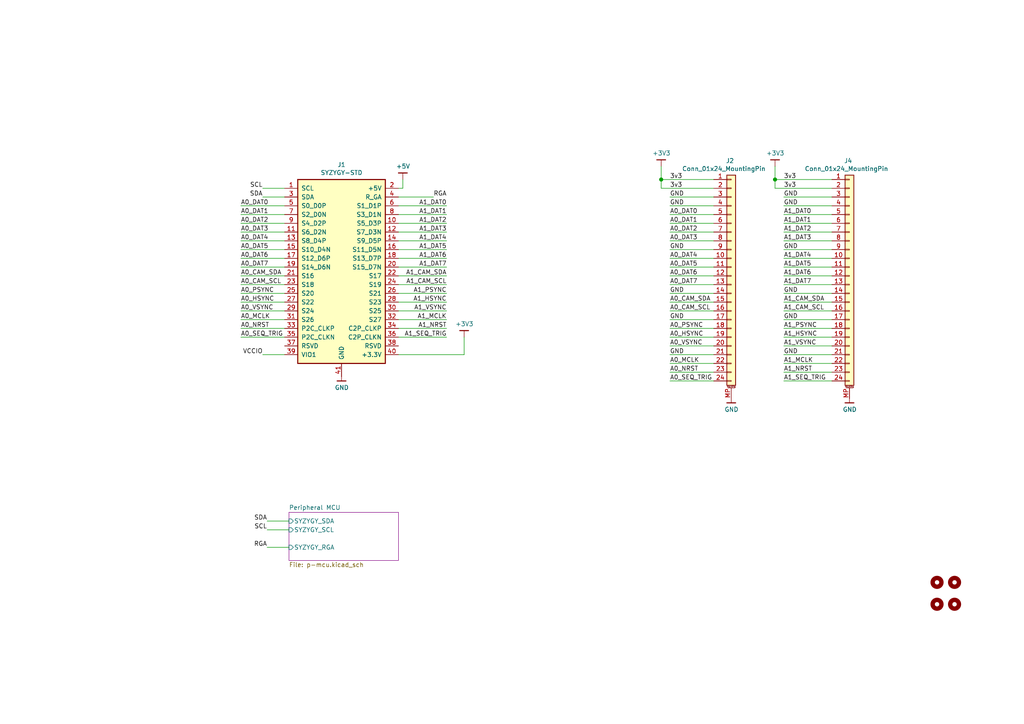
<source format=kicad_sch>
(kicad_sch (version 20201015) (generator eeschema)
  (paper "A4")
  (title_block (title "SYZYGY Dual Atto320") (date "2020-12-20") (rev "r1.0") (company "GsD - @gregdavill") (comment 1 "SYZYGY Pod"))
  (lib_symbols
    (symbol "Connector_Generic_MountingPin:Conn_01x24_MountingPin" (pin_names (offset 1.016) hide)
      (property "Reference" "J" (at 0 30.48 0))
      (property "Value" "Conn_01x24_MountingPin" (at 1.27 -33.02 0))
      (symbol "Conn_01x24_MountingPin_1_1"
        (text "Mounting" (at 0 -32.131 0) (effects (font (size 0.381 0.381))))
        (rectangle (start -1.27 -27.813) (end 0 -28.067) (stroke (width 0.1524)))
        (rectangle (start -1.27 -30.353) (end 0 -30.607) (stroke (width 0.1524)))
        (rectangle (start -1.27 -4.953) (end 0 -5.207) (stroke (width 0.1524)))
        (rectangle (start -1.27 -7.493) (end 0 -7.747) (stroke (width 0.1524)))
        (rectangle (start -1.27 -10.033) (end 0 -10.287) (stroke (width 0.1524)))
        (rectangle (start -1.27 -12.573) (end 0 -12.827) (stroke (width 0.1524)))
        (rectangle (start -1.27 -15.113) (end 0 -15.367) (stroke (width 0.1524)))
        (rectangle (start -1.27 -17.653) (end 0 -17.907) (stroke (width 0.1524)))
        (rectangle (start -1.27 -20.193) (end 0 -20.447) (stroke (width 0.1524)))
        (rectangle (start -1.27 -22.733) (end 0 -22.987) (stroke (width 0.1524)))
        (rectangle (start -1.27 -2.413) (end 0 -2.667) (stroke (width 0.1524)))
        (rectangle (start -1.27 -25.273) (end 0 -25.527) (stroke (width 0.1524)))
        (rectangle (start -1.27 25.527) (end 0 25.273) (stroke (width 0.1524)))
        (rectangle (start -1.27 2.667) (end 0 2.413) (stroke (width 0.1524)))
        (rectangle (start -1.27 28.067) (end 0 27.813) (stroke (width 0.1524)))
        (rectangle (start -1.27 29.21) (end 1.27 -31.75) (stroke (width 0.254)) (fill (type background)))
        (rectangle (start -1.27 5.207) (end 0 4.953) (stroke (width 0.1524)))
        (rectangle (start -1.27 7.747) (end 0 7.493) (stroke (width 0.1524)))
        (rectangle (start -1.27 10.287) (end 0 10.033) (stroke (width 0.1524)))
        (rectangle (start -1.27 0.127) (end 0 -0.127) (stroke (width 0.1524)))
        (rectangle (start -1.27 12.827) (end 0 12.573) (stroke (width 0.1524)))
        (rectangle (start -1.27 15.367) (end 0 15.113) (stroke (width 0.1524)))
        (rectangle (start -1.27 17.907) (end 0 17.653) (stroke (width 0.1524)))
        (rectangle (start -1.27 20.447) (end 0 20.193) (stroke (width 0.1524)))
        (rectangle (start -1.27 22.987) (end 0 22.733) (stroke (width 0.1524)))
        (polyline (pts (xy -1.016 -32.512) (xy 1.016 -32.512)) (stroke (width 0.1524)))
        (pin passive line (at 0 -35.56 90) (length 3.048) (name "MountPin") (number "MP"))
        (pin passive line (at -5.08 27.94 0) (length 3.81) (name "Pin_1") (number "1"))
        (pin passive line (at -5.08 5.08 0) (length 3.81) (name "Pin_10") (number "10"))
        (pin passive line (at -5.08 2.54 0) (length 3.81) (name "Pin_11") (number "11"))
        (pin passive line (at -5.08 0 0) (length 3.81) (name "Pin_12") (number "12"))
        (pin passive line (at -5.08 -2.54 0) (length 3.81) (name "Pin_13") (number "13"))
        (pin passive line (at -5.08 -5.08 0) (length 3.81) (name "Pin_14") (number "14"))
        (pin passive line (at -5.08 -7.62 0) (length 3.81) (name "Pin_15") (number "15"))
        (pin passive line (at -5.08 -10.16 0) (length 3.81) (name "Pin_16") (number "16"))
        (pin passive line (at -5.08 -12.7 0) (length 3.81) (name "Pin_17") (number "17"))
        (pin passive line (at -5.08 -15.24 0) (length 3.81) (name "Pin_18") (number "18"))
        (pin passive line (at -5.08 -17.78 0) (length 3.81) (name "Pin_19") (number "19"))
        (pin passive line (at -5.08 25.4 0) (length 3.81) (name "Pin_2") (number "2"))
        (pin passive line (at -5.08 -20.32 0) (length 3.81) (name "Pin_20") (number "20"))
        (pin passive line (at -5.08 -22.86 0) (length 3.81) (name "Pin_21") (number "21"))
        (pin passive line (at -5.08 -25.4 0) (length 3.81) (name "Pin_22") (number "22"))
        (pin passive line (at -5.08 -27.94 0) (length 3.81) (name "Pin_23") (number "23"))
        (pin passive line (at -5.08 -30.48 0) (length 3.81) (name "Pin_24") (number "24"))
        (pin passive line (at -5.08 22.86 0) (length 3.81) (name "Pin_3") (number "3"))
        (pin passive line (at -5.08 20.32 0) (length 3.81) (name "Pin_4") (number "4"))
        (pin passive line (at -5.08 17.78 0) (length 3.81) (name "Pin_5") (number "5"))
        (pin passive line (at -5.08 15.24 0) (length 3.81) (name "Pin_6") (number "6"))
        (pin passive line (at -5.08 12.7 0) (length 3.81) (name "Pin_7") (number "7"))
        (pin passive line (at -5.08 10.16 0) (length 3.81) (name "Pin_8") (number "8"))
        (pin passive line (at -5.08 7.62 0) (length 3.81) (name "Pin_9") (number "9"))
      )
    )
    (symbol "Mechanical:MountingHole" (pin_names (offset 1.016))
      (property "Reference" "H" (at 0 5.08 0))
      (property "Value" "MountingHole" (at 0 3.175 0))
      (symbol "MountingHole_0_1"
        (circle (center 0 0) (radius 1.27) (stroke (width 1.27)))
      )
    )
    (symbol "gkl_power:+3V3" (power) (pin_names (offset 0))
      (property "Value" "+3V3" (at 0 3.556 0))
      (symbol "+3V3_0_1"
        (polyline (pts (xy -1.27 1.905) (xy 1.27 1.905)) (stroke (width 0.3048)))
        (polyline (pts (xy 0 0) (xy 0 1.905)))
      )
      (symbol "+3V3_1_1"
        (pin power_in line (at 0 0 90) (length 0) hide (name "+3V3") (number "1"))
      )
    )
    (symbol "gkl_power:+5V" (power) (pin_names (offset 0))
      (property "Value" "+5V" (at 0 3.175 0))
      (symbol "+5V_0_1"
        (polyline (pts (xy -1.27 1.905) (xy 1.27 1.905)) (stroke (width 0.3048)))
        (polyline (pts (xy 0 0) (xy 0 1.905)))
      )
      (symbol "+5V_1_1"
        (pin power_in line (at 0 0 90) (length 0) hide (name "+5V") (number "1"))
      )
    )
    (symbol "gkl_power:GND" (power) (pin_names (offset 0))
      (property "Value" "GND" (at 0 -2.54 0))
      (symbol "GND_0_1"
        (polyline (pts (xy 0 -1.27) (xy 0 0)))
        (polyline (pts (xy 1.27 -1.27) (xy -1.27 -1.27)) (stroke (width 0.3048)))
      )
      (symbol "GND_1_1"
        (pin power_in line (at 0 0 270) (length 0) hide (name "GND") (number "1"))
      )
    )
    (symbol "gsd-kicad:SYZYGY-STD" (pin_names (offset 1.016))
      (property "Reference" "J" (at 0 27.94 0))
      (property "Value" "SYZYGY-STD" (at 0 25.4 0))
      (symbol "SYZYGY-STD_0_1"
        (rectangle (start -12.7 24.13) (end 12.7 -29.21) (stroke (width 0.3302)) (fill (type background)))
      )
      (symbol "SYZYGY-STD_1_1"
        (pin input line (at -16.51 21.59 0) (length 3.81) (name "SCL") (number "1"))
        (pin input line (at 16.51 11.43 180) (length 3.81) (name "S5_D3P") (number "10"))
        (pin input line (at -16.51 8.89 0) (length 3.81) (name "S6_D2N") (number "11"))
        (pin input line (at 16.51 8.89 180) (length 3.81) (name "S7_D3N") (number "12"))
        (pin input line (at -16.51 6.35 0) (length 3.81) (name "S8_D4P") (number "13"))
        (pin input line (at 16.51 6.35 180) (length 3.81) (name "S9_D5P") (number "14"))
        (pin input line (at -16.51 3.81 0) (length 3.81) (name "S10_D4N") (number "15"))
        (pin input line (at 16.51 3.81 180) (length 3.81) (name "S11_D5N") (number "16"))
        (pin input line (at -16.51 1.27 0) (length 3.81) (name "S12_D6P") (number "17"))
        (pin input line (at 16.51 1.27 180) (length 3.81) (name "S13_D7P") (number "18"))
        (pin input line (at -16.51 -1.27 0) (length 3.81) (name "S14_D6N") (number "19"))
        (pin input line (at 16.51 21.59 180) (length 3.81) (name "+5V") (number "2"))
        (pin input line (at 16.51 -1.27 180) (length 3.81) (name "S15_D7N") (number "20"))
        (pin input line (at -16.51 -3.81 0) (length 3.81) (name "S16") (number "21"))
        (pin input line (at 16.51 -3.81 180) (length 3.81) (name "S17") (number "22"))
        (pin input line (at -16.51 -6.35 0) (length 3.81) (name "S18") (number "23"))
        (pin input line (at 16.51 -6.35 180) (length 3.81) (name "S19") (number "24"))
        (pin input line (at -16.51 -8.89 0) (length 3.81) (name "S20") (number "25"))
        (pin input line (at 16.51 -8.89 180) (length 3.81) (name "S21") (number "26"))
        (pin input line (at -16.51 -11.43 0) (length 3.81) (name "S22") (number "27"))
        (pin input line (at 16.51 -11.43 180) (length 3.81) (name "S23") (number "28"))
        (pin input line (at -16.51 -13.97 0) (length 3.81) (name "S24") (number "29"))
        (pin input line (at -16.51 19.05 0) (length 3.81) (name "SDA") (number "3"))
        (pin input line (at 16.51 -13.97 180) (length 3.81) (name "S25") (number "30"))
        (pin input line (at -16.51 -16.51 0) (length 3.81) (name "S26") (number "31"))
        (pin input line (at 16.51 -16.51 180) (length 3.81) (name "S27") (number "32"))
        (pin input line (at -16.51 -19.05 0) (length 3.81) (name "P2C_CLKP") (number "33"))
        (pin input line (at 16.51 -19.05 180) (length 3.81) (name "C2P_CLKP") (number "34"))
        (pin input line (at -16.51 -21.59 0) (length 3.81) (name "P2C_CLKN") (number "35"))
        (pin input line (at 16.51 -21.59 180) (length 3.81) (name "C2P_CLKN") (number "36"))
        (pin input line (at -16.51 -24.13 0) (length 3.81) (name "RSVD") (number "37"))
        (pin input line (at 16.51 -24.13 180) (length 3.81) (name "RSVD") (number "38"))
        (pin input line (at -16.51 -26.67 0) (length 3.81) (name "VIO1") (number "39"))
        (pin input line (at 16.51 19.05 180) (length 3.81) (name "R_GA") (number "4"))
        (pin input line (at 16.51 -26.67 180) (length 3.81) (name "+3.3V") (number "40"))
        (pin input line (at 0 -33.02 90) (length 3.81) (name "GND") (number "41"))
        (pin input line (at -16.51 16.51 0) (length 3.81) (name "S0_D0P") (number "5"))
        (pin input line (at 16.51 16.51 180) (length 3.81) (name "S1_D1P") (number "6"))
        (pin input line (at -16.51 13.97 0) (length 3.81) (name "S2_D0N") (number "7"))
        (pin input line (at 16.51 13.97 180) (length 3.81) (name "S3_D1N") (number "8"))
        (pin input line (at -16.51 11.43 0) (length 3.81) (name "S4_D2P") (number "9"))
      )
    )
  )
  (bus_alias "GPDI" (members "CK_N" "CK_P" "D0_N" "D0_P" "D1_N" "D1_P" "D2_N" "D2_P"))
  (junction (at 191.77 52.07) (diameter 1.016))
  (junction (at 224.79 52.07) (diameter 1.016))
  (wire (pts (xy 69.85 59.69) (xy 82.55 59.69)))
  (wire (pts (xy 69.85 62.23) (xy 82.55 62.23)))
  (wire (pts (xy 69.85 64.77) (xy 82.55 64.77)))
  (wire (pts (xy 69.85 67.31) (xy 82.55 67.31)))
  (wire (pts (xy 69.85 69.85) (xy 82.55 69.85)))
  (wire (pts (xy 69.85 72.39) (xy 82.55 72.39)))
  (wire (pts (xy 69.85 74.93) (xy 82.55 74.93)))
  (wire (pts (xy 69.85 77.47) (xy 82.55 77.47)))
  (wire (pts (xy 69.85 80.01) (xy 82.55 80.01)))
  (wire (pts (xy 69.85 82.55) (xy 82.55 82.55)))
  (wire (pts (xy 69.85 85.09) (xy 82.55 85.09)))
  (wire (pts (xy 69.85 87.63) (xy 82.55 87.63)))
  (wire (pts (xy 69.85 90.17) (xy 82.55 90.17)))
  (wire (pts (xy 69.85 92.71) (xy 82.55 92.71)))
  (wire (pts (xy 69.85 95.25) (xy 82.55 95.25)))
  (wire (pts (xy 69.85 97.79) (xy 82.55 97.79)))
  (wire (pts (xy 82.55 54.61) (xy 76.2 54.61)))
  (wire (pts (xy 82.55 57.15) (xy 76.2 57.15)))
  (wire (pts (xy 82.55 102.87) (xy 76.2 102.87)))
  (wire (pts (xy 83.82 151.13) (xy 77.47 151.13)))
  (wire (pts (xy 83.82 153.67) (xy 77.47 153.67)))
  (wire (pts (xy 83.82 158.75) (xy 77.47 158.75)))
  (wire (pts (xy 115.57 54.61) (xy 116.84 54.61)))
  (wire (pts (xy 115.57 57.15) (xy 125.73 57.15)))
  (wire (pts (xy 115.57 59.69) (xy 129.54 59.69)))
  (wire (pts (xy 115.57 62.23) (xy 129.54 62.23)))
  (wire (pts (xy 115.57 64.77) (xy 129.54 64.77)))
  (wire (pts (xy 115.57 67.31) (xy 129.54 67.31)))
  (wire (pts (xy 115.57 69.85) (xy 129.54 69.85)))
  (wire (pts (xy 115.57 72.39) (xy 129.54 72.39)))
  (wire (pts (xy 115.57 74.93) (xy 129.54 74.93)))
  (wire (pts (xy 115.57 77.47) (xy 129.54 77.47)))
  (wire (pts (xy 115.57 80.01) (xy 129.54 80.01)))
  (wire (pts (xy 115.57 82.55) (xy 129.54 82.55)))
  (wire (pts (xy 115.57 85.09) (xy 129.54 85.09)))
  (wire (pts (xy 115.57 87.63) (xy 129.54 87.63)))
  (wire (pts (xy 115.57 90.17) (xy 129.54 90.17)))
  (wire (pts (xy 115.57 92.71) (xy 129.54 92.71)))
  (wire (pts (xy 115.57 95.25) (xy 129.54 95.25)))
  (wire (pts (xy 115.57 97.79) (xy 129.54 97.79)))
  (wire (pts (xy 115.57 102.87) (xy 134.62 102.87)))
  (wire (pts (xy 116.84 54.61) (xy 116.84 52.07)))
  (wire (pts (xy 134.62 102.87) (xy 134.62 97.79)))
  (wire (pts (xy 191.77 52.07) (xy 191.77 48.26)))
  (wire (pts (xy 191.77 52.07) (xy 207.01 52.07)))
  (wire (pts (xy 191.77 54.61) (xy 191.77 52.07)))
  (wire (pts (xy 191.77 54.61) (xy 207.01 54.61)))
  (wire (pts (xy 194.31 57.15) (xy 207.01 57.15)))
  (wire (pts (xy 194.31 59.69) (xy 207.01 59.69)))
  (wire (pts (xy 194.31 62.23) (xy 207.01 62.23)))
  (wire (pts (xy 194.31 64.77) (xy 207.01 64.77)))
  (wire (pts (xy 194.31 67.31) (xy 207.01 67.31)))
  (wire (pts (xy 194.31 69.85) (xy 207.01 69.85)))
  (wire (pts (xy 194.31 72.39) (xy 207.01 72.39)))
  (wire (pts (xy 194.31 74.93) (xy 207.01 74.93)))
  (wire (pts (xy 194.31 77.47) (xy 207.01 77.47)))
  (wire (pts (xy 194.31 80.01) (xy 207.01 80.01)))
  (wire (pts (xy 194.31 82.55) (xy 207.01 82.55)))
  (wire (pts (xy 194.31 85.09) (xy 207.01 85.09)))
  (wire (pts (xy 194.31 87.63) (xy 207.01 87.63)))
  (wire (pts (xy 194.31 90.17) (xy 207.01 90.17)))
  (wire (pts (xy 194.31 92.71) (xy 207.01 92.71)))
  (wire (pts (xy 194.31 95.25) (xy 207.01 95.25)))
  (wire (pts (xy 194.31 97.79) (xy 207.01 97.79)))
  (wire (pts (xy 194.31 100.33) (xy 207.01 100.33)))
  (wire (pts (xy 194.31 102.87) (xy 207.01 102.87)))
  (wire (pts (xy 194.31 105.41) (xy 207.01 105.41)))
  (wire (pts (xy 194.31 107.95) (xy 207.01 107.95)))
  (wire (pts (xy 194.31 110.49) (xy 207.01 110.49)))
  (wire (pts (xy 224.79 52.07) (xy 224.79 48.26)))
  (wire (pts (xy 224.79 52.07) (xy 241.3 52.07)))
  (wire (pts (xy 224.79 54.61) (xy 224.79 52.07)))
  (wire (pts (xy 224.79 54.61) (xy 241.3 54.61)))
  (wire (pts (xy 241.3 57.15) (xy 227.33 57.15)))
  (wire (pts (xy 241.3 59.69) (xy 227.33 59.69)))
  (wire (pts (xy 241.3 62.23) (xy 227.33 62.23)))
  (wire (pts (xy 241.3 64.77) (xy 227.33 64.77)))
  (wire (pts (xy 241.3 67.31) (xy 227.33 67.31)))
  (wire (pts (xy 241.3 69.85) (xy 227.33 69.85)))
  (wire (pts (xy 241.3 72.39) (xy 227.33 72.39)))
  (wire (pts (xy 241.3 74.93) (xy 227.33 74.93)))
  (wire (pts (xy 241.3 77.47) (xy 227.33 77.47)))
  (wire (pts (xy 241.3 80.01) (xy 227.33 80.01)))
  (wire (pts (xy 241.3 82.55) (xy 227.33 82.55)))
  (wire (pts (xy 241.3 85.09) (xy 227.33 85.09)))
  (wire (pts (xy 241.3 87.63) (xy 227.33 87.63)))
  (wire (pts (xy 241.3 90.17) (xy 227.33 90.17)))
  (wire (pts (xy 241.3 92.71) (xy 227.33 92.71)))
  (wire (pts (xy 241.3 95.25) (xy 227.33 95.25)))
  (wire (pts (xy 241.3 97.79) (xy 227.33 97.79)))
  (wire (pts (xy 241.3 100.33) (xy 227.33 100.33)))
  (wire (pts (xy 241.3 102.87) (xy 227.33 102.87)))
  (wire (pts (xy 241.3 105.41) (xy 227.33 105.41)))
  (wire (pts (xy 241.3 107.95) (xy 227.33 107.95)))
  (wire (pts (xy 241.3 110.49) (xy 227.33 110.49)))
  (label "A0_DAT0" (at 69.85 59.69 0))
  (label "A0_DAT1" (at 69.85 62.23 0))
  (label "A0_DAT2" (at 69.85 64.77 0))
  (label "A0_DAT3" (at 69.85 67.31 0))
  (label "A0_DAT4" (at 69.85 69.85 0))
  (label "A0_DAT5" (at 69.85 72.39 0))
  (label "A0_DAT6" (at 69.85 74.93 0))
  (label "A0_DAT7" (at 69.85 77.47 0))
  (label "A0_CAM_SDA" (at 69.85 80.01 0))
  (label "A0_CAM_SCL" (at 69.85 82.55 0))
  (label "A0_PSYNC" (at 69.85 85.09 0))
  (label "A0_HSYNC" (at 69.85 87.63 0))
  (label "A0_VSYNC" (at 69.85 90.17 0))
  (label "A0_MCLK" (at 69.85 92.71 0))
  (label "A0_NRST" (at 69.85 95.25 0))
  (label "A0_SEQ_TRIG" (at 69.85 97.79 0))
  (label "SCL" (at 76.2 54.61 180))
  (label "SDA" (at 76.2 57.15 180))
  (label "VCCIO" (at 76.2 102.87 180))
  (label "SDA" (at 77.47 151.13 180))
  (label "SCL" (at 77.47 153.67 180))
  (label "RGA" (at 77.47 158.75 180))
  (label "RGA" (at 125.73 57.15 0))
  (label "A1_DAT0" (at 129.54 59.69 180))
  (label "A1_DAT1" (at 129.54 62.23 180))
  (label "A1_DAT2" (at 129.54 64.77 180))
  (label "A1_DAT3" (at 129.54 67.31 180))
  (label "A1_DAT4" (at 129.54 69.85 180))
  (label "A1_DAT5" (at 129.54 72.39 180))
  (label "A1_DAT6" (at 129.54 74.93 180))
  (label "A1_DAT7" (at 129.54 77.47 180))
  (label "A1_CAM_SDA" (at 129.54 80.01 180))
  (label "A1_CAM_SCL" (at 129.54 82.55 180))
  (label "A1_PSYNC" (at 129.54 85.09 180))
  (label "A1_HSYNC" (at 129.54 87.63 180))
  (label "A1_VSYNC" (at 129.54 90.17 180))
  (label "A1_MCLK" (at 129.54 92.71 180))
  (label "A1_NRST" (at 129.54 95.25 180))
  (label "A1_SEQ_TRIG" (at 129.54 97.79 180))
  (label "3v3" (at 194.31 52.07 0))
  (label "3v3" (at 194.31 54.61 0))
  (label "GND" (at 194.31 57.15 0))
  (label "GND" (at 194.31 59.69 0))
  (label "A0_DAT0" (at 194.31 62.23 0))
  (label "A0_DAT1" (at 194.31 64.77 0))
  (label "A0_DAT2" (at 194.31 67.31 0))
  (label "A0_DAT3" (at 194.31 69.85 0))
  (label "GND" (at 194.31 72.39 0))
  (label "A0_DAT4" (at 194.31 74.93 0))
  (label "A0_DAT5" (at 194.31 77.47 0))
  (label "A0_DAT6" (at 194.31 80.01 0))
  (label "A0_DAT7" (at 194.31 82.55 0))
  (label "GND" (at 194.31 85.09 0))
  (label "A0_CAM_SDA" (at 194.31 87.63 0))
  (label "A0_CAM_SCL" (at 194.31 90.17 0))
  (label "GND" (at 194.31 92.71 0))
  (label "A0_PSYNC" (at 194.31 95.25 0))
  (label "A0_HSYNC" (at 194.31 97.79 0))
  (label "A0_VSYNC" (at 194.31 100.33 0))
  (label "GND" (at 194.31 102.87 0))
  (label "A0_MCLK" (at 194.31 105.41 0))
  (label "A0_NRST" (at 194.31 107.95 0))
  (label "A0_SEQ_TRIG" (at 194.31 110.49 0))
  (label "3v3" (at 227.33 52.07 0))
  (label "3v3" (at 227.33 54.61 0))
  (label "GND" (at 227.33 57.15 0))
  (label "GND" (at 227.33 59.69 0))
  (label "A1_DAT0" (at 227.33 62.23 0))
  (label "A1_DAT1" (at 227.33 64.77 0))
  (label "A1_DAT2" (at 227.33 67.31 0))
  (label "A1_DAT3" (at 227.33 69.85 0))
  (label "GND" (at 227.33 72.39 0))
  (label "A1_DAT4" (at 227.33 74.93 0))
  (label "A1_DAT5" (at 227.33 77.47 0))
  (label "A1_DAT6" (at 227.33 80.01 0))
  (label "A1_DAT7" (at 227.33 82.55 0))
  (label "GND" (at 227.33 85.09 0))
  (label "A1_CAM_SDA" (at 227.33 87.63 0))
  (label "A1_CAM_SCL" (at 227.33 90.17 0))
  (label "GND" (at 227.33 92.71 0))
  (label "A1_PSYNC" (at 227.33 95.25 0))
  (label "A1_HSYNC" (at 227.33 97.79 0))
  (label "A1_VSYNC" (at 227.33 100.33 0))
  (label "GND" (at 227.33 102.87 0))
  (label "A1_MCLK" (at 227.33 105.41 0))
  (label "A1_NRST" (at 227.33 107.95 0))
  (label "A1_SEQ_TRIG" (at 227.33 110.49 0))
  (symbol (lib_id "gkl_power:GND") (at 99.06 109.22 0) (unit 1)
    (property "Reference" "#PWR0104" (effects hide))
    (property "Value" "GND" (at 99.1362 112.4204 0))
  )
  (symbol (lib_id "gkl_power:GND") (at 212.09 115.57 0) (unit 1)
    (property "Reference" "#PWR0101" (effects hide))
    (property "Value" "GND" (at 212.1662 118.7704 0))
  )
  (symbol (lib_id "gkl_power:GND") (at 246.38 115.57 0) (unit 1)
    (property "Reference" "#PWR0102" (effects hide))
    (property "Value" "GND" (at 246.4562 118.7704 0))
  )
  (symbol (lib_id "gkl_power:+5V") (at 116.84 52.07 0) (unit 1)
    (property "Reference" "#PWR0106" (effects hide))
    (property "Value" "+5V" (at 116.9162 48.2346 0))
  )
  (symbol (lib_id "gkl_power:+3V3") (at 134.62 97.79 0) (unit 1)
    (property "Reference" "#PWR0107" (effects hide))
    (property "Value" "+3V3" (at 134.6962 93.9546 0))
  )
  (symbol (lib_id "gkl_power:+3V3") (at 191.77 48.26 0) (unit 1)
    (property "Reference" "#PWR0103" (effects hide))
    (property "Value" "+3V3" (at 191.8462 44.4246 0))
  )
  (symbol (lib_id "gkl_power:+3V3") (at 224.79 48.26 0) (unit 1)
    (property "Reference" "#PWR0105" (effects hide))
    (property "Value" "+3V3" (at 224.8662 44.4246 0))
  )
  (symbol (lib_id "Mechanical:MountingHole") (at 271.78 168.91 0) (unit 1) (in_bom no)
    (property "Reference" "H1" (effects hide))
    (property "Value" "MountingHole" (effects hide))
    (property "Footprint" "MountingHole:MountingHole_3.2mm_M3_DIN965" (effects hide))
  )
  (symbol (lib_id "Mechanical:MountingHole") (at 271.78 175.26 0) (unit 1) (in_bom no)
    (property "Reference" "H2" (effects hide))
    (property "Value" "MountingHole" (effects hide))
    (property "Footprint" "MountingHole:MountingHole_3.2mm_M3_DIN965" (effects hide))
  )
  (symbol (lib_id "Mechanical:MountingHole") (at 276.86 168.91 0) (unit 1) (in_bom no)
    (property "Reference" "H3" (effects hide))
    (property "Value" "MountingHole" (effects hide))
    (property "Footprint" "MountingHole:MountingHole_3.2mm_M3_DIN965" (effects hide))
  )
  (symbol (lib_id "Mechanical:MountingHole") (at 276.86 175.26 0) (unit 1) (in_bom no)
    (property "Reference" "H4" (effects hide))
    (property "Value" "MountingHole" (effects hide))
    (property "Footprint" "MountingHole:MountingHole_3.2mm_M3_DIN965" (effects hide))
  )
  (symbol (lib_id "Connector_Generic_MountingPin:Conn_01x24_MountingPin") (at 212.09 80.01 0) (unit 1)
    (property "Reference" "J2" (at 210.5152 46.6344 0) (effects (justify left)))
    (property "Value" "Conn_01x24_MountingPin" (at 197.8152 48.9458 0) (effects (justify left)))
    (property "Footprint" "gsd-footprints:XF2M-2415-1A" (effects hide))
  )
  (symbol (lib_id "Connector_Generic_MountingPin:Conn_01x24_MountingPin") (at 246.38 80.01 0) (unit 1)
    (property "Reference" "J4" (at 244.8052 46.6344 0) (effects (justify left)))
    (property "Value" "Conn_01x24_MountingPin" (at 233.3752 48.9458 0) (effects (justify left)))
    (property "Footprint" "gsd-footprints:XF2M-2415-1A" (effects hide))
  )
  (symbol (lib_id "gsd-kicad:SYZYGY-STD") (at 99.06 76.2 0) (unit 1)
    (property "Reference" "J1" (at 99.06 47.7774 0))
    (property "Value" "SYZYGY-STD" (at 99.06 50.0888 0))
    (property "Footprint" "gsd-footprints:SYZYGY-STD-POD" (effects hide))
    (property "Mfg" "Samtec Inc." (effects hide))
    (property "PN" "QTE-020-01-F-D-A" (effects hide))
  )
  (sheet (at 83.82 148.59) (size 31.75 13.97) (stroke (width 0.1524) (color 132 0 132 1)) (fill (color 255 255 255 1.0000))
    (property "Sheet name" "Peripheral MCU" (at 83.82 147.9545 0) (effects (justify left bottom)))
    (property "Sheet file" "p-mcu.kicad_sch" (at 83.82 163.0685 0) (effects (justify left top)))
    (pin "SYZYGY_SCL" input (at 83.82 153.67 180))
    (pin "SYZYGY_SDA" input (at 83.82 151.13 180))
    (pin "SYZYGY_RGA" input (at 83.82 158.75 180))
  )
)
</source>
